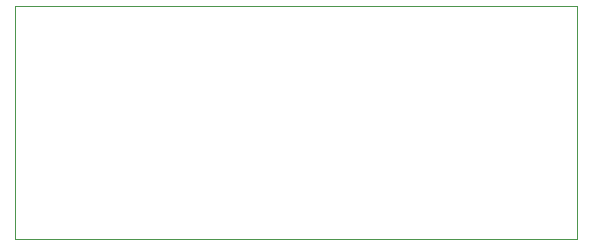
<source format=gbr>
%TF.GenerationSoftware,KiCad,Pcbnew,(6.0.5)*%
%TF.CreationDate,2022-06-22T13:27:10+07:00*%
%TF.ProjectId,bien-ap-cho-mo-han,6269656e-2d61-4702-9d63-686f2d6d6f2d,rev?*%
%TF.SameCoordinates,Original*%
%TF.FileFunction,Profile,NP*%
%FSLAX46Y46*%
G04 Gerber Fmt 4.6, Leading zero omitted, Abs format (unit mm)*
G04 Created by KiCad (PCBNEW (6.0.5)) date 2022-06-22 13:27:10*
%MOMM*%
%LPD*%
G01*
G04 APERTURE LIST*
%TA.AperFunction,Profile*%
%ADD10C,0.100000*%
%TD*%
G04 APERTURE END LIST*
D10*
X111760000Y-81280000D02*
X159385000Y-81280000D01*
X159385000Y-81280000D02*
X159385000Y-100965000D01*
X159385000Y-100965000D02*
X111760000Y-100965000D01*
X111760000Y-100965000D02*
X111760000Y-81280000D01*
M02*

</source>
